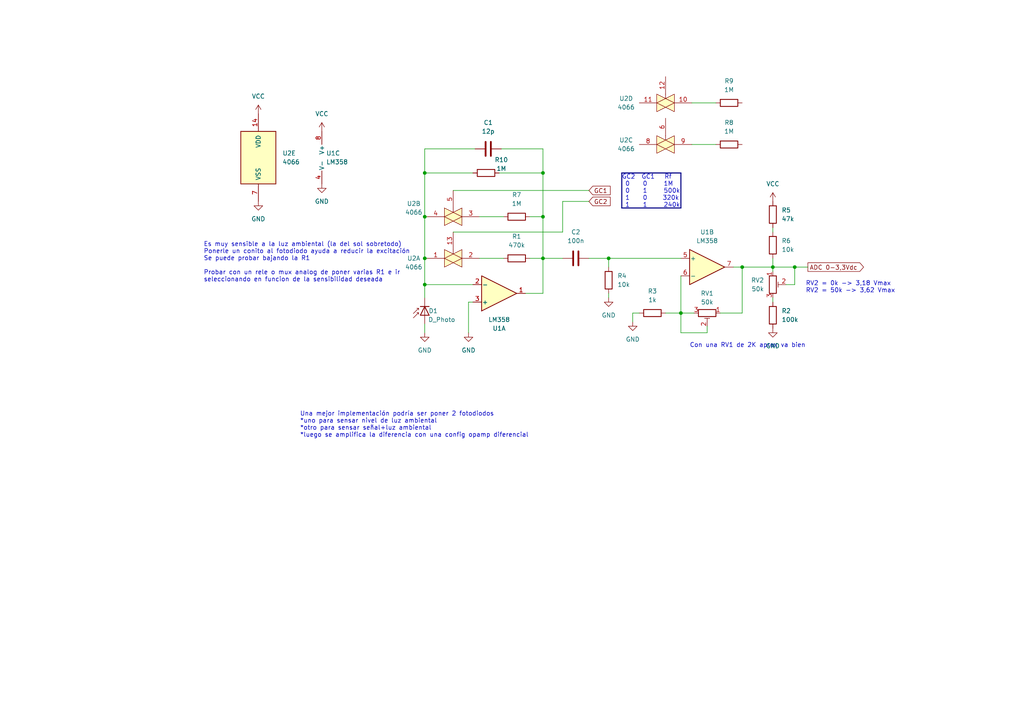
<source format=kicad_sch>
(kicad_sch (version 20230121) (generator eeschema)
  (paper "A4")
  (lib_symbols
    (symbol "4xxx:4066" (pin_names (offset 1.016))
      (property "Reference" "U" (at -7.62 8.89 0))
      (property "Value" "4066" (at -7.62 -8.89 0))
      (symbol "4066_1_0"
        (polyline (pts (xy 0 1.27) (xy 0 2.54)) (stroke (width 0.1524)))
        (polyline (pts (xy -2.54 0) (xy 2.54 2.54) (xy 2.54 -2.54) (xy -2.54 0)) (fill (type background)))
        (polyline (pts (xy -2.54 2.54) (xy 2.54 0) (xy -2.54 -2.54) (xy -2.54 2.54)) (fill (type background)))
        (pin passive line (at -7.62 0 0) (length 5.08) (name "~") (number "1"))
        (pin input line (at 0 7.62 270) (length 5.08) (name "~") (number "13"))
        (pin passive line (at 7.62 0 180) (length 5.08) (name "~") (number "2"))
      )
      (symbol "4066_2_0"
        (polyline (pts (xy 0 1.27) (xy 0 2.54)) (stroke (width 0.1524)))
        (polyline (pts (xy -2.54 0) (xy 2.54 2.54) (xy 2.54 -2.54) (xy -2.54 0)) (fill (type background)))
        (polyline (pts (xy -2.54 2.54) (xy 2.54 0) (xy -2.54 -2.54) (xy -2.54 2.54)) (fill (type background)))
        (pin passive line (at 7.62 0 180) (length 5.08) (name "~") (number "3"))
        (pin passive line (at -7.62 0 0) (length 5.08) (name "~") (number "4"))
        (pin input line (at 0 7.62 270) (length 5.08) (name "~") (number "5"))
      )
      (symbol "4066_3_0"
        (polyline (pts (xy 0 1.27) (xy 0 2.54)) (stroke (width 0.1524)))
        (polyline (pts (xy -2.54 0) (xy 2.54 2.54) (xy 2.54 -2.54) (xy -2.54 0)) (fill (type background)))
        (polyline (pts (xy -2.54 2.54) (xy 2.54 0) (xy -2.54 -2.54) (xy -2.54 2.54)) (fill (type background)))
        (pin input line (at 0 7.62 270) (length 5.08) (name "~") (number "6"))
        (pin passive line (at -7.62 0 0) (length 5.08) (name "~") (number "8"))
        (pin passive line (at 7.62 0 180) (length 5.08) (name "~") (number "9"))
      )
      (symbol "4066_4_0"
        (polyline (pts (xy 0 1.27) (xy 0 2.54)) (stroke (width 0.1524)))
        (polyline (pts (xy -2.54 0) (xy 2.54 2.54) (xy 2.54 -2.54) (xy -2.54 0)) (fill (type background)))
        (polyline (pts (xy -2.54 2.54) (xy 2.54 0) (xy -2.54 -2.54) (xy -2.54 2.54)) (fill (type background)))
        (pin passive line (at 7.62 0 180) (length 5.08) (name "~") (number "10"))
        (pin passive line (at -7.62 0 0) (length 5.08) (name "~") (number "11"))
        (pin input line (at 0 7.62 270) (length 5.08) (name "~") (number "12"))
      )
      (symbol "4066_5_0"
        (pin power_in line (at 0 12.7 270) (length 5.08) (name "VDD") (number "14"))
        (pin power_in line (at 0 -12.7 90) (length 5.08) (name "VSS") (number "7"))
      )
      (symbol "4066_5_1"
        (rectangle (start -5.08 7.62) (end 5.08 -7.62) (stroke (width 0.254)) (fill (type background)))
      )
    )
    (symbol "Amplifier_Operational:LM358" (pin_names (offset 0.127))
      (property "Reference" "U" (at 0 5.08 0))
      (property "Value" "LM358" (at 0 -5.08 0))
      (symbol "LM358_1_1"
        (polyline (pts (xy -5.08 5.08) (xy 5.08 0) (xy -5.08 -5.08) (xy -5.08 5.08)) (stroke (width 0.254)) (fill (type background)))
        (pin output line (at 7.62 0 180) (length 2.54) (name "~") (number "1"))
        (pin input line (at -7.62 -2.54 0) (length 2.54) (name "-") (number "2"))
        (pin input line (at -7.62 2.54 0) (length 2.54) (name "+") (number "3"))
      )
      (symbol "LM358_2_1"
        (polyline (pts (xy -5.08 5.08) (xy 5.08 0) (xy -5.08 -5.08) (xy -5.08 5.08)) (stroke (width 0.254)) (fill (type background)))
        (pin input line (at -7.62 2.54 0) (length 2.54) (name "+") (number "5"))
        (pin input line (at -7.62 -2.54 0) (length 2.54) (name "-") (number "6"))
        (pin output line (at 7.62 0 180) (length 2.54) (name "~") (number "7"))
      )
      (symbol "LM358_3_1"
        (pin power_in line (at -2.54 -7.62 90) (length 3.81) (name "V-") (number "4"))
        (pin power_in line (at -2.54 7.62 270) (length 3.81) (name "V+") (number "8"))
      )
    )
    (symbol "Device:C" (pin_numbers hide) (pin_names (offset 0.254))
      (property "Reference" "C" (at 0.635 2.54 0))
      (property "Value" "C" (at 0.635 -2.54 0))
      (symbol "C_0_1"
        (polyline (pts (xy -2.032 -0.762) (xy 2.032 -0.762)) (stroke (width 0.508)))
        (polyline (pts (xy -2.032 0.762) (xy 2.032 0.762)) (stroke (width 0.508)))
      )
      (symbol "C_1_1"
        (pin passive line (at 0 3.81 270) (length 2.794) (name "~") (number "1"))
        (pin passive line (at 0 -3.81 90) (length 2.794) (name "~") (number "2"))
      )
    )
    (symbol "Device:D_Photo" (pin_numbers hide) (pin_names hide)
      (property "Reference" "D" (at 0.508 1.778 0))
      (property "Value" "D_Photo" (at -1.016 -2.794 0))
      (symbol "D_Photo_0_1"
        (polyline (pts (xy -2.54 1.27) (xy -2.54 -1.27)) (stroke (width 0.254)))
        (polyline (pts (xy -2.032 1.778) (xy -1.524 1.778)))
        (polyline (pts (xy 0 0) (xy -2.54 0)))
        (polyline (pts (xy -0.508 3.302) (xy -2.032 1.778) (xy -2.032 2.286)))
        (polyline (pts (xy 0 -1.27) (xy 0 1.27) (xy -2.54 0) (xy 0 -1.27)) (stroke (width 0.254)))
        (polyline (pts (xy 0.762 3.302) (xy -0.762 1.778) (xy -0.762 2.286) (xy -0.762 1.778) (xy -0.254 1.778)))
      )
      (symbol "D_Photo_1_1"
        (pin passive line (at -5.08 0 0) (length 2.54) (name "K") (number "1"))
        (pin passive line (at 2.54 0 180) (length 2.54) (name "A") (number "2"))
      )
    )
    (symbol "Device:R" (pin_numbers hide) (pin_names (offset 0))
      (property "Reference" "R" (at 2.032 0 90))
      (property "Value" "R" (at 0 0 90))
      (symbol "R_0_1"
        (rectangle (start -1.016 -2.54) (end 1.016 2.54) (stroke (width 0.254)))
      )
      (symbol "R_1_1"
        (pin passive line (at 0 3.81 270) (length 1.27) (name "~") (number "1"))
        (pin passive line (at 0 -3.81 90) (length 1.27) (name "~") (number "2"))
      )
    )
    (symbol "Device:R_Potentiometer_Trim" (pin_names (offset 1.016) hide)
      (property "Reference" "RV" (at -4.445 0 90))
      (property "Value" "R_Potentiometer_Trim" (at -2.54 0 90))
      (symbol "R_Potentiometer_Trim_0_1"
        (polyline (pts (xy 1.524 0.762) (xy 1.524 -0.762)))
        (polyline (pts (xy 2.54 0) (xy 1.524 0)))
        (rectangle (start 1.016 2.54) (end -1.016 -2.54) (stroke (width 0.254)))
      )
      (symbol "R_Potentiometer_Trim_1_1"
        (pin passive line (at 0 3.81 270) (length 1.27) (name "1") (number "1"))
        (pin passive line (at 3.81 0 180) (length 1.27) (name "2") (number "2"))
        (pin passive line (at 0 -3.81 90) (length 1.27) (name "3") (number "3"))
      )
    )
    (symbol "power:GND" (power) (pin_names (offset 0))
      (property "Value" "GND" (at 0 -3.81 0))
      (symbol "GND_0_1"
        (polyline (pts (xy 0 0) (xy 0 -1.27) (xy 1.27 -1.27) (xy 0 -2.54) (xy -1.27 -1.27) (xy 0 -1.27)))
      )
      (symbol "GND_1_1"
        (pin power_in line (at 0 0 270) (length 0) hide (name "GND") (number "1"))
      )
    )
    (symbol "power:VCC" (power) (pin_names (offset 0))
      (property "Value" "VCC" (at 0 3.81 0))
      (symbol "VCC_0_1"
        (polyline (pts (xy -0.762 1.27) (xy 0 2.54)))
        (polyline (pts (xy 0 0) (xy 0 2.54)))
        (polyline (pts (xy 0 2.54) (xy 0.762 1.27)))
      )
      (symbol "VCC_1_1"
        (pin power_in line (at 0 0 90) (length 0) hide (name "VCC") (number "1"))
      )
    )
  )
  (junction (at 157.48 74.93))
  (junction (at 123.19 62.865))
  (junction (at 123.19 82.55))
  (junction (at 176.53 74.93))
  (junction (at 157.48 50.165))
  (junction (at 215.265 77.47))
  (junction (at 230.505 77.47))
  (junction (at 224.155 77.47))
  (junction (at 157.48 62.865))
  (junction (at 123.19 50.165))
  (junction (at 123.19 74.93))
  (junction (at 197.485 90.805))
  (wire (pts (xy 157.48 74.93) (xy 157.48 85.09)))
  (wire (pts (xy 200.66 29.845) (xy 207.645 29.845)))
  (wire (pts (xy 183.515 90.805) (xy 185.42 90.805)))
  (wire (pts (xy 123.19 50.165) (xy 123.19 62.865)))
  (wire (pts (xy 131.445 67.31) (xy 163.195 67.31)))
  (wire (pts (xy 215.265 77.47) (xy 224.155 77.47)))
  (wire (pts (xy 139.065 62.865) (xy 146.05 62.865)))
  (bus (pts (xy 197.485 60.325) (xy 180.34 60.325)))
  (wire (pts (xy 224.155 74.93) (xy 224.155 77.47)))
  (wire (pts (xy 145.415 43.18) (xy 157.48 43.18)))
  (wire (pts (xy 157.48 50.165) (xy 157.48 62.865)))
  (wire (pts (xy 176.53 74.93) (xy 197.485 74.93)))
  (wire (pts (xy 205.105 96.52) (xy 197.485 96.52)))
  (wire (pts (xy 163.195 58.42) (xy 170.815 58.42)))
  (wire (pts (xy 208.915 90.805) (xy 215.265 90.805)))
  (wire (pts (xy 157.48 43.18) (xy 157.48 50.165)))
  (bus (pts (xy 197.485 50.165) (xy 197.485 60.325)))
  (wire (pts (xy 157.48 85.09) (xy 152.4 85.09)))
  (wire (pts (xy 224.155 66.04) (xy 224.155 67.31)))
  (wire (pts (xy 197.485 90.805) (xy 201.295 90.805)))
  (wire (pts (xy 215.265 77.47) (xy 215.265 90.805)))
  (wire (pts (xy 224.155 87.63) (xy 224.155 86.36)))
  (wire (pts (xy 170.815 74.93) (xy 176.53 74.93)))
  (wire (pts (xy 123.19 62.865) (xy 123.19 74.93)))
  (wire (pts (xy 123.19 43.18) (xy 123.19 50.165)))
  (wire (pts (xy 157.48 62.865) (xy 157.48 74.93)))
  (wire (pts (xy 205.105 94.615) (xy 205.105 96.52)))
  (wire (pts (xy 163.195 67.31) (xy 163.195 58.42)))
  (wire (pts (xy 123.19 62.865) (xy 123.825 62.865)))
  (wire (pts (xy 137.795 43.18) (xy 123.19 43.18)))
  (wire (pts (xy 183.515 93.345) (xy 183.515 90.805)))
  (wire (pts (xy 193.04 90.805) (xy 197.485 90.805)))
  (wire (pts (xy 230.505 77.47) (xy 234.315 77.47)))
  (wire (pts (xy 157.48 74.93) (xy 163.195 74.93)))
  (wire (pts (xy 197.485 90.805) (xy 197.485 80.01)))
  (wire (pts (xy 230.505 82.55) (xy 230.505 77.47)))
  (wire (pts (xy 123.19 93.98) (xy 123.19 96.52)))
  (wire (pts (xy 153.67 74.93) (xy 157.48 74.93)))
  (wire (pts (xy 123.19 82.55) (xy 123.19 86.36)))
  (wire (pts (xy 153.67 62.865) (xy 157.48 62.865)))
  (wire (pts (xy 227.965 82.55) (xy 230.505 82.55)))
  (wire (pts (xy 144.78 50.165) (xy 157.48 50.165)))
  (wire (pts (xy 200.66 41.91) (xy 207.645 41.91)))
  (bus (pts (xy 180.34 50.165) (xy 180.34 60.325)))
  (wire (pts (xy 224.155 78.74) (xy 224.155 77.47)))
  (bus (pts (xy 180.34 50.165) (xy 197.485 50.165)))
  (wire (pts (xy 176.53 85.09) (xy 176.53 86.36)))
  (wire (pts (xy 212.725 77.47) (xy 215.265 77.47)))
  (wire (pts (xy 131.445 55.245) (xy 170.815 55.245)))
  (wire (pts (xy 224.155 77.47) (xy 230.505 77.47)))
  (wire (pts (xy 135.89 87.63) (xy 137.16 87.63)))
  (wire (pts (xy 123.19 50.165) (xy 137.16 50.165)))
  (wire (pts (xy 197.485 96.52) (xy 197.485 90.805)))
  (wire (pts (xy 135.89 96.52) (xy 135.89 87.63)))
  (wire (pts (xy 139.065 74.93) (xy 146.05 74.93)))
  (wire (pts (xy 123.19 82.55) (xy 137.16 82.55)))
  (wire (pts (xy 123.825 74.93) (xy 123.19 74.93)))
  (wire (pts (xy 176.53 74.93) (xy 176.53 77.47)))
  (wire (pts (xy 123.19 74.93) (xy 123.19 82.55)))
  (text "Es muy sensible a la luz ambiental (la del sol sobretodo)\nPonerle un conito al fotodiodo ayuda a reducir la excitación\nSe puede probar bajando la R1\n\nProbar con un rele o mux analog de poner varias R1 e ir \nseleccionando en funcion de la sensibilidad deseada\n" (at 59.055 81.915 0) (effects (font (size 1.27 1.27)) (justify left bottom)))
  (text "RV2 = 0k -> 3,18 Vmax\nRV2 = 50k -> 3,62 Vmax" (at 233.68 85.09 0) (effects (font (size 1.27 1.27)) (justify left bottom)))
  (text "Con una RV1 de 2K aprox va bien" (at 200.025 100.965 0) (effects (font (size 1.27 1.27)) (justify left bottom)))
  (text "GC2  GC1   Rf\n 0    0     1M \n 0    1     500k \n 1    0	  320k\n 1    1     240k" (at 180.34 60.325 0) (effects (font (size 1.27 1.27)) (justify left bottom)))
  (text "Una mejor implementación podría ser poner 2 fotodiodos\n*uno para sensar nivel de luz ambiental\n*otro para sensar señal+luz ambiental\n*luego se amplifica la diferencia con una config opamp diferencial\n" (at 86.995 127 0) (effects (font (size 1.27 1.27)) (justify left bottom)))
  (global_label "GC1" (shape input) (at 170.815 55.245 0) (property "Intersheetrefs" "${INTERSHEET_REFS}" (effects hide)))
  (global_label "GC2" (shape input) (at 170.815 58.42 0) (property "Intersheetrefs" "${INTERSHEET_REFS}" (effects hide)))
  (global_label "ADC 0-3,3Vdc" (shape output) (at 234.315 77.47 0) (property "Intersheetrefs" "${INTERSHEET_REFS}" (effects hide)))
  (symbol (lib_id "Device:R") (at 189.23 90.805 90) (unit 1)
    (property "Reference" "R3" (at 189.23 84.455 90))
    (property "Value" "1k" (at 189.23 86.995 90))
  )
  (symbol (lib_id "power:VCC") (at 93.345 38.1 0) (unit 1)
    (property "Reference" "#PWR06" (effects hide))
    (property "Value" "VCC" (at 93.345 33.02 0))
  )
  (symbol (lib_id "Amplifier_Operational:LM358") (at 205.105 77.47 0) (unit 2)
    (property "Reference" "U1" (at 205.105 67.31 0))
    (property "Value" "LM358" (at 205.105 69.85 0))
    (property "Datasheet" "http://www.ti.com/lit/ds/symlink/lm2904-n.pdf" (effects hide))
  )
  (symbol (lib_id "Device:R") (at 224.155 91.44 180) (unit 1)
    (property "Reference" "R2" (at 226.695 90.17 0) (effects (justify right)))
    (property "Value" "100k" (at 226.695 92.71 0) (effects (justify right)))
  )
  (symbol (lib_id "4xxx:4066") (at 193.04 29.845 0) (unit 4)
    (property "Reference" "U2" (at 181.61 28.575 0))
    (property "Value" "4066" (at 181.61 31.115 0))
    (property "Datasheet" "http://www.ti.com/lit/ds/symlink/cd4066b.pdf" (effects hide))
  )
  (symbol (lib_id "4xxx:4066") (at 131.445 62.865 0) (unit 2)
    (property "Reference" "U2" (at 120.015 59.055 0))
    (property "Value" "4066" (at 120.015 61.595 0))
    (property "Datasheet" "http://www.ti.com/lit/ds/symlink/cd4066b.pdf" (effects hide))
  )
  (symbol (lib_id "Amplifier_Operational:LM358") (at 144.78 85.09 0) (mirror x) (unit 1)
    (property "Reference" "U1" (at 144.78 95.25 0))
    (property "Value" "LM358" (at 144.78 92.71 0))
    (property "Datasheet" "http://www.ti.com/lit/ds/symlink/lm2904-n.pdf" (effects hide))
  )
  (symbol (lib_id "4xxx:4066") (at 74.93 45.72 0) (unit 5)
    (property "Reference" "U2" (at 81.915 44.45 0) (effects (justify left)))
    (property "Value" "4066" (at 81.915 46.99 0) (effects (justify left)))
    (property "Datasheet" "http://www.ti.com/lit/ds/symlink/cd4066b.pdf" (effects hide))
  )
  (symbol (lib_id "power:GND") (at 74.93 58.42 0) (unit 1)
    (property "Reference" "#PWR010" (effects hide))
    (property "Value" "GND" (at 74.93 63.5 0))
  )
  (symbol (lib_id "power:VCC") (at 224.155 58.42 0) (unit 1)
    (property "Reference" "#PWR07" (effects hide))
    (property "Value" "VCC" (at 224.155 53.34 0))
  )
  (symbol (lib_id "power:GND") (at 93.345 53.34 0) (unit 1)
    (property "Reference" "#PWR05" (effects hide))
    (property "Value" "GND" (at 93.345 58.42 0))
  )
  (symbol (lib_id "power:GND") (at 135.89 96.52 0) (unit 1)
    (property "Reference" "#PWR02" (effects hide))
    (property "Value" "GND" (at 135.89 101.6 0))
  )
  (symbol (lib_id "4xxx:4066") (at 131.445 74.93 0) (unit 1)
    (property "Reference" "U2" (at 120.015 74.93 0))
    (property "Value" "4066" (at 120.015 77.47 0))
    (property "Datasheet" "http://www.ti.com/lit/ds/symlink/cd4066b.pdf" (effects hide))
  )
  (symbol (lib_id "power:GND") (at 123.19 96.52 0) (unit 1)
    (property "Reference" "#PWR01" (effects hide))
    (property "Value" "GND" (at 123.19 101.6 0))
  )
  (symbol (lib_id "power:GND") (at 224.155 95.25 0) (unit 1)
    (property "Reference" "#PWR08" (effects hide))
    (property "Value" "GND" (at 224.155 100.33 0))
  )
  (symbol (lib_id "Device:C") (at 141.605 43.18 90) (unit 1)
    (property "Reference" "C1" (at 141.605 35.56 90))
    (property "Value" "12p" (at 141.605 38.1 90))
  )
  (symbol (lib_id "Device:R_Potentiometer_Trim") (at 224.155 82.55 0) (unit 1)
    (property "Reference" "RV2" (at 221.615 81.28 0) (effects (justify right)))
    (property "Value" "50k" (at 221.615 83.82 0) (effects (justify right)))
  )
  (symbol (lib_id "Device:R") (at 211.455 29.845 90) (unit 1)
    (property "Reference" "R9" (at 211.455 23.495 90))
    (property "Value" "1M" (at 211.455 26.035 90))
  )
  (symbol (lib_id "Device:R") (at 224.155 62.23 180) (unit 1)
    (property "Reference" "R5" (at 226.695 60.96 0) (effects (justify right)))
    (property "Value" "47k" (at 226.695 63.5 0) (effects (justify right)))
  )
  (symbol (lib_id "power:GND") (at 183.515 93.345 0) (unit 1)
    (property "Reference" "#PWR03" (effects hide))
    (property "Value" "GND" (at 183.515 98.425 0))
  )
  (symbol (lib_id "Device:D_Photo") (at 123.19 91.44 90) (mirror x) (unit 1)
    (property "Reference" "D1" (at 127 90.17 90) (effects (justify left)))
    (property "Value" "D_Photo" (at 132.08 92.71 90) (effects (justify left)))
  )
  (symbol (lib_id "Device:R") (at 149.86 62.865 90) (unit 1)
    (property "Reference" "R7" (at 149.86 56.515 90))
    (property "Value" "1M" (at 149.86 59.055 90))
  )
  (symbol (lib_id "Device:R") (at 224.155 71.12 180) (unit 1)
    (property "Reference" "R6" (at 226.695 69.85 0) (effects (justify right)))
    (property "Value" "10k" (at 226.695 72.39 0) (effects (justify right)))
  )
  (symbol (lib_id "Device:R") (at 176.53 81.28 180) (unit 1)
    (property "Reference" "R4" (at 179.07 80.01 0) (effects (justify right)))
    (property "Value" "10k" (at 179.07 82.55 0) (effects (justify right)))
  )
  (symbol (lib_id "Device:R") (at 211.455 41.91 90) (unit 1)
    (property "Reference" "R8" (at 211.455 35.56 90))
    (property "Value" "1M" (at 211.455 38.1 90))
  )
  (symbol (lib_id "4xxx:4066") (at 193.04 41.91 0) (unit 3)
    (property "Reference" "U2" (at 181.61 40.64 0))
    (property "Value" "4066" (at 181.61 43.18 0))
    (property "Datasheet" "http://www.ti.com/lit/ds/symlink/cd4066b.pdf" (effects hide))
  )
  (symbol (lib_id "Device:R") (at 149.86 74.93 90) (unit 1)
    (property "Reference" "R1" (at 149.86 68.58 90))
    (property "Value" "470k" (at 149.86 71.12 90))
  )
  (symbol (lib_id "Device:R") (at 140.97 50.165 90) (unit 1)
    (property "Reference" "R10" (at 145.415 46.355 90))
    (property "Value" "1M" (at 145.415 48.895 90))
  )
  (symbol (lib_id "Device:C") (at 167.005 74.93 90) (unit 1)
    (property "Reference" "C2" (at 167.005 67.31 90))
    (property "Value" "100n" (at 167.005 69.85 90))
  )
  (symbol (lib_id "power:VCC") (at 74.93 33.02 0) (unit 1)
    (property "Reference" "#PWR09" (effects hide))
    (property "Value" "VCC" (at 74.93 27.94 0))
  )
  (symbol (lib_id "power:GND") (at 176.53 86.36 0) (unit 1)
    (property "Reference" "#PWR04" (effects hide))
    (property "Value" "GND" (at 176.53 91.44 0))
  )
  (symbol (lib_id "Amplifier_Operational:LM358") (at 95.885 45.72 0) (unit 3)
    (property "Reference" "U1" (at 94.615 44.45 0) (effects (justify left)))
    (property "Value" "LM358" (at 94.615 46.99 0) (effects (justify left)))
    (property "Datasheet" "http://www.ti.com/lit/ds/symlink/lm2904-n.pdf" (effects hide))
  )
  (symbol (lib_id "Device:R_Potentiometer_Trim") (at 205.105 90.805 270) (unit 1)
    (property "Reference" "RV1" (at 205.105 85.09 90))
    (property "Value" "50k" (at 205.105 87.63 90))
  )
)
</source>
